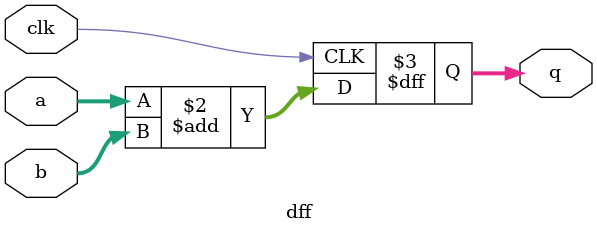
<source format=sv>
module dff #(
	parameter WIDTH=8
) (
	input logic clk,
	input logic signed [WIDTH-1:0] a, b,
	output logic signed [WIDTH-1:0] q
);

// assign q = a + b;

always_ff @(posedge clk) begin
	q <= a + b;
end

// `ifdef COCOTB_SIM
// initial begin
//   $dumpfile ("trace.vcd");
//   $dumpvars (0, signed_add);
// end
// `endif
endmodule : dff


</source>
